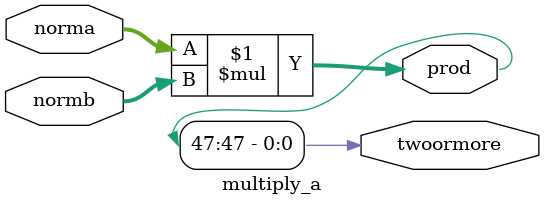
<source format=v>
`define NWIDTH 6'b010100
`define BLOCKWIDTH 4'b0101
`define DDRWIDTH 7'b0100000
`define DDRNUMDQS 4'b0100
`define DDRSIZEWIDTH 6'b011000
`define BURSTLEN 3'b010
`define MEMCONWIDTH 8'b01000000
`define MEMCONNUMBYTES 5'b01000
`define RAMWIDTH 10'b0100000000
`define RAMNUMBYTES 7'b0100000
`define RAMSIZEWIDTH 4'b0101
`define TOPWIDTH 7'b0100000
`define rFIFOINPUTWIDTH 8'b01000000
`define wFIFOINPUTWIDTH 10'b0100000000
`define mFIFOWIDTH 6'b011100
`define aFIFOWIDTH 4'b0101
`define SIMULATION_MEMORY
`define BLOCKM 6'b010000
`define BLOCKN 6'b010000
`define BLOCKMDIVK 3'b010
`define MEMBLOCKM 5'b01000
`define MEMBLOCKN 5'b01000
`define NWIDTH 6'b010100
`define BLOCKWIDTH 4'b0101
`define DDRSIZEWIDTH 6'b011000
`define RAMSIZEWIDTH 4'b0101
`define START 1'b0 //0
`define SETUP 2'b01 //1
`define FIRST 3'b010 //2
`define MODE0_SETUP 3'b011 //3
`define MODE0_WAIT 4'b0100 //4
`define MODE0 4'b0101 //5
`define MODE1_SETUP 4'b0110 //6
`define MODE1_WAIT 4'b0111 //7
`define MODE1 5'b01000 //8
`define MODE2_SETUP 5'b01001 //9
`define MODE2_WAIT 5'b01010 //10
`define MODE2 5'b01011 //11
`define MODE3_SETUP 5'b01100 //12
`define MODE3_WAIT 5'b01101 //13
`define MODE3 5'b01110 //14
`define STALL 5'b01111 //15
`define STALL_WAIT 6'b010000 //16
`define WAIT 6'b010001 //17
`define FINAL_WRITE 6'b010010 //18
`define FINAL_WAIT 6'b010011 //19
`define IDLE 6'b010100 //20
`define LAST_SETUP 6'b010101 //21
`define LAST_SETUP_WAIT 6'b010110 //22
`define LAST 6'b010111 //23
`define LAST_WAIT 6'b011000 //24
`define MEM_IDLE 1'b0 //0
`define MEM_WRITE 2'b01 //1
`define MEM_WRITE_WAIT 3'b010 //2
`define MEM_CHECK_DONE 3'b011 //3
`define MEM_READ 4'b0100 //4
`define MEM_READ_WAIT 4'b0101 //5
`define MEM_DONE 4'b0110 //6
`define MEM_WAIT_DONE 4'b0111 //7
`define rRAMSIZEWIDTH 5
`define cSETUP 4'b0000
`define cSTART 4'b0001
`define cFETCH_COL 4'b0010
`define cWAIT_COL 4'b0011
`define cFIND_REC 4'b0100
`define cMULT_COL 4'b0101
`define cUPDATE_J 4'b0110
`define cSTORE_MO 4'b0111
`define cMULT_SUB 4'b1000
`define cINCRE_I 4'b1001
`define cWAIT 4'b1010
`define cDONE 4'b1011
`define cSTORE_DIAG 4'b1100
`define cSTORE_DIAG2 4'b1101
`define cSTART_FETCH_ROW 4'b1110
`define cROW_WAIT 2'b00
`define cFETCH_ROW 2'b01
`define cDONE_FETCH_ROW 2'b10
`define cLOAD_ROW_INC_J 2'b11
`define PRECISION 7'b0100000
`define NUMPE 5'b01000
`define PEWIDTH 3'b011
`define BLOCKWIDTH 4'b0101
`define RAMWIDTH 10'b0100000000
`define RAMNUMBYTES 7'b0100000
`define RAMSIZEWIDTH 4'b0101
`define TOPSIZEWIDTH 5'b01000
`define TOPINPUTDELAY 3'b011
`define TOPOUTPUTDELAY 2'b01
`define MEMINPUTDELAY 3'b010
`define MEMOUTPUTDELAY 2'b01
`define TOPWIDTH 7'b0100000
`define rFIFOSIZE 64
`define rFIFOSIZEWIDTH 6
`define rFIFOOUTPUTWIDTH 256
`define rFIFORSIZEWIDTH 4
	`define wFIFOINPUTWIDTH 10'b0100000000
	`define wFIFOSIZE 6'b010000
	`define wFIFOSIZEWIDTH 4'b0100
	`define wFIFOOUTPUTWIDTH 8'b01000000
	`define wFIFORSIZEWIDTH 4'b0110
`define aFIFOSIZE 6'b010000
`define aFIFOSIZEWIDTH 4'b0100
`define aFIFOWIDTH 4'b0101
`define mFIFOSIZE 16
`define mFIFOSIZEWIDTH 4
//`define mFIFOWIDTH 28
`define BURSTLEN 3'b010
`define BURSTWIDTH 3'b010
`define DATAWIDTH 10'b0100000000
`define DATANUMBYTES 7'b0100000
`define MEMCONWIDTH 8'b01000000
`define MEMCONNUMBYTES 5'b01000
`define DDRSIZEWIDTH 6'b011000
`define FIFOSIZE 6'b010000
`define FIFOSIZEWIDTH 4'b0100
`define RAMWIDTH 10'b0100000000
`define RAMNUMBYTES 7'b0100000
`define RAMSIZEWIDTH 4'b0101
`define RATIO 4'b0100
`define RAMLAT 4'b0101
`define dIDLE 0
`define dWRITE 1
`define dREAD 2
`define ZERO        8'b00000000  
`define ONE         8'b00000001  
`define TWO         8'b00000010  
`define THREE 		  8'b00000011  
`define FOUR		  8'b00000100  
`define FIVE		  8'b00000101  
`define SIX         8'b00000110  
`define SEVEN       8'b00000111  
`define EIGHT       8'b00001000  
`define NINE        8'b00001001  
`define TEN         8'b00001010  
`define ELEVEN      8'b00001011  
`define TWELVE      8'b00001100  
`define THIRTEEN    8'b00001101  
`define FOURTEEN    8'b00001110  
`define FIFTEEN     8'b00001111  
`define SIXTEEN     8'b00010000  
`define SEVENTEEN   8'b00010001  
`define EIGHTEEN	  8'b00010010  
`define NINETEEN    8'b00010011  
`define TWENTY		  8'b00010100  
`define TWENTYONE   8'b00010101  
`define TWENTYTWO   8'b00010110  
`define TWENTYTHREE 8'b00010111  
`define TWENTYFOUR  8'b00011000  
`define WEXP	8  
`define WSIG	23  
`define WFLAG	5  
`define WCONTROL 5  
`define DIVZERO 	0  
`define INVALID 	1  
`define INEXACT 	2  
`define OVERFLOW 	3  
`define UNDERFLOW	4  
`define WIDTH 		32 	//(`WEXP + `WSIG + 1)  
`define PRODWIDTH	48 	//(2 * (`WSIG + 1))  
`define SHIFTWIDTH	96 	//(2 * `PRODWIDTH))  
`define WPRENORM	24	// `WSIG + 1  
`define WEXPSUM		10	// `WEXP + 2  
`define BIAS		127	// (2^(`WEXP)) - 1  
`define WSIGMINUS1	22	// `WSIG - 1, used for rounding  
`define WSHIFTAMT	5	// log2(`WSIG + 1) rounded up  
`define UNDERBIAS	192	// 3 * 2 ^ (`WEXP -2)  
`define OVERBIAS	-192	// -`UNDERBIAS  
`define	EXTRASIG	25		// `WSIG+2 this is the amount of precision needed so no  
`define	SHIFT		5		// # bits the max alignment shift will fit in (log2(`WSIG+2)  
`define	MAX_EXP		8'b11111110	// the maximum non-infinite exponent,  
`define	INF_EXP		8'b11111111	// Infinity exponent, `WEXP bits, all 1  
`define	MAX_SIG		23'b11111111111111111111111  
`define	WEXP_0		8'b0		// Exponent equals `WEXP'b0  
`define	WEXP_1		8'b1		// Exponent equals one `WEXP'b1  
`define	WSIG_0		23'b0		// Significand equals zero `WSIG'b0  
`define	WSIG_1		23'b1		// Significand equals one `WSIG'b1  
`define	EXTRASIG_0	25'b0		// All result bits for adder zero `EXTRASIG'b0  
`define	MAXSHIFT	24		// `WSIG + 1  
`define CONSTNAN	{9'b111111111,22'b0}  
`define CONSTZERO	31'b0  
`define CONSTINFINITY	{8'b11111111, 23'b0}  
`define CONSTLARGEST	{`MAX_EXP, `MAX_SIG}  
`define PRESHIFTZEROS  48'b0 // `PRODWIDTH'b0  

module multiply_a (norma, normb, prod, twoormore); 
 
  input	 [`WSIG:0]		norma, normb;	// normalized mantissae 
 
  output [`PRODWIDTH-1:0] 	prod;		// product of mantissae 
  output			twoormore;	// Product overflowed range [1,2) 
 
  // multiplier array  
  //	(*** need a more effecient multiplier,  
  //	designware might work, though) 
  assign prod		= norma * normb; 
 
  // did the multiply overflow the range [1,2)? 
  assign twoormore	= prod[`PRODWIDTH-1]; 
 
endmodule   

</source>
